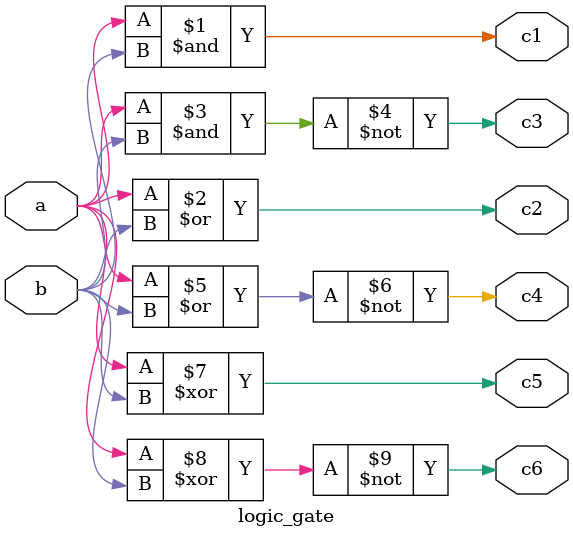
<source format=v>
`timescale 1ns / 1ps

module logic_gate(a,b,c1,c2,c3,c4,c5,c6);
 input a,b;
 output c1,c2,c3,c4,c5,c6;
 and M1 (c1,a,b);
 or M2 (c2,a,b);
 nand M3 (c3,a,b);
 nor M4 (c4,a,b);
 xor M5 (c5,a,b);
 xnor M6 (c6,a,b);

endmodule

</source>
